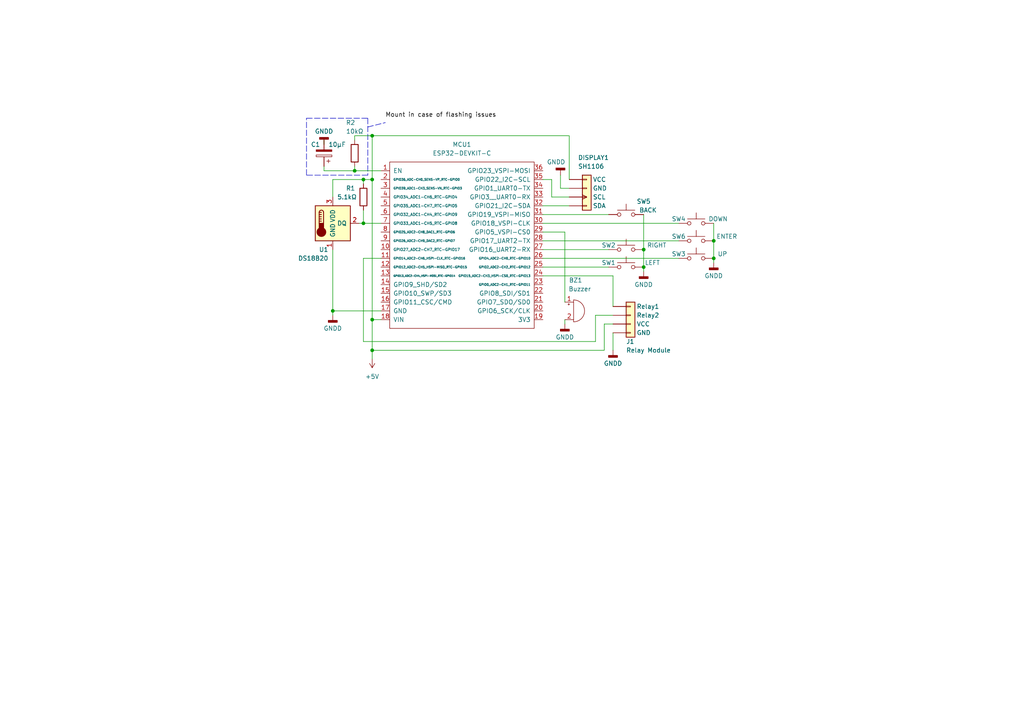
<source format=kicad_sch>
(kicad_sch (version 20211123) (generator eeschema)
  (paper "A4")
  (lib_symbols
    (symbol "Conn_01x04_1" (pin_numbers hide) (pin_names (offset 3.048))
      (property "Reference" "J1" (at -1.27 -7.62 0))
      (property "Value" "Relay Module" (at -1.27 -10.16 0))
      (symbol "Conn_01x04_1_1_1"
        (rectangle (start -1.27 -4.953) (end 0 -5.207) (stroke (width 0.1524)))
        (rectangle (start -1.27 -2.413) (end 0 -2.667) (stroke (width 0.1524)))
        (rectangle (start -1.27 0.127) (end 0 -0.127) (stroke (width 0.1524)))
        (rectangle (start -1.27 2.667) (end 0 2.413) (stroke (width 0.1524)))
        (rectangle (start -1.27 3.81) (end 1.27 -6.35) (stroke (width 0.254)) (fill (type background)))
        (pin input line (at -5.08 2.54 0) (length 3.81) (name "Relay1") (number "1"))
        (pin input line (at -5.08 0 0) (length 3.81) (name "Relay2") (number "2"))
        (pin power_in line (at -5.08 -2.54 0) (length 3.81) (name "VCC") (number "3"))
        (pin passive line (at -5.08 -5.08 0) (length 3.81) (name "GND") (number "4"))
      )
    )
    (symbol "Connector_Generic:Conn_01x04" (pin_numbers hide) (pin_names (offset 3.048))
      (property "Reference" "DISPLAY1" (at -2.54 8.89 0))
      (property "Value" "SH1106" (at -2.54 6.35 0))
      (symbol "Conn_01x04_1_1"
        (rectangle (start -1.27 -4.953) (end 0 -5.207) (stroke (width 0.1524)))
        (rectangle (start -1.27 -2.413) (end 0 -2.667) (stroke (width 0.1524)))
        (rectangle (start -1.27 0.127) (end 0 -0.127) (stroke (width 0.1524)))
        (rectangle (start -1.27 2.667) (end 0 2.413) (stroke (width 0.1524)))
        (rectangle (start -1.27 3.81) (end 1.27 -6.35) (stroke (width 0.254)) (fill (type background)))
        (pin power_in line (at -5.08 2.54 0) (length 3.81) (name "VCC") (number "1"))
        (pin passive line (at -5.08 0 0) (length 3.81) (name "GND") (number "2"))
        (pin input clock (at -5.08 -2.54 0) (length 3.81) (name "SCL") (number "3"))
        (pin input line (at -5.08 -5.08 0) (length 3.81) (name "SDA") (number "4"))
      )
    )
    (symbol "Device:Buzzer" (pin_names (offset 0.0254) hide)
      (property "Reference" "BZ" (at 3.81 1.27 0))
      (property "Value" "Buzzer" (at 3.81 -1.27 0))
      (symbol "Buzzer_0_1"
        (arc (start 0 -3.175) (mid 3.175 0) (end 0 3.175))
        (polyline (pts (xy -1.651 1.905) (xy -1.143 1.905)))
        (polyline (pts (xy -1.397 2.159) (xy -1.397 1.651)))
        (polyline (pts (xy 0 3.175) (xy 0 -3.175)))
      )
      (symbol "Buzzer_1_1"
        (pin passive line (at -2.54 2.54 0) (length 2.54) (name "-") (number "1"))
        (pin passive line (at -2.54 -2.54 0) (length 2.54) (name "+") (number "2"))
      )
    )
    (symbol "Device:C_Polarized" (pin_numbers hide) (pin_names (offset 0.254))
      (property "Reference" "C" (at 0.635 2.54 0))
      (property "Value" "C_Polarized" (at 0.635 -2.54 0))
      (symbol "C_Polarized_0_1"
        (rectangle (start -2.286 0.508) (end 2.286 1.016))
        (polyline (pts (xy -1.778 2.286) (xy -0.762 2.286)))
        (polyline (pts (xy -1.27 2.794) (xy -1.27 1.778)))
        (rectangle (start 2.286 -0.508) (end -2.286 -1.016) (fill (type outline)))
      )
      (symbol "C_Polarized_1_1"
        (pin passive line (at 0 3.81 270) (length 2.794) (name "~") (number "1"))
        (pin passive line (at 0 -3.81 90) (length 2.794) (name "~") (number "2"))
      )
    )
    (symbol "Device:R" (pin_numbers hide) (pin_names (offset 0))
      (property "Reference" "R" (at 2.032 0 90))
      (property "Value" "R" (at 0 0 90))
      (symbol "R_0_1"
        (rectangle (start -1.016 -2.54) (end 1.016 2.54) (stroke (width 0.254)))
      )
      (symbol "R_1_1"
        (pin passive line (at 0 3.81 270) (length 1.27) (name "~") (number "1"))
        (pin passive line (at 0 -3.81 90) (length 1.27) (name "~") (number "2"))
      )
    )
    (symbol "Sensor_Temperature:DS18B20" (pin_names (offset 1.016))
      (property "Reference" "U" (at -3.81 6.35 0))
      (property "Value" "DS18B20" (at 6.35 6.35 0))
      (symbol "DS18B20_0_1"
        (rectangle (start -5.08 5.08) (end 5.08 -5.08) (stroke (width 0.254)) (fill (type background)))
        (circle (center -3.302 -2.54) (radius 1.27) (stroke (width 0.254)) (fill (type outline)))
        (rectangle (start -2.667 -1.905) (end -3.937 0) (stroke (width 0.254)) (fill (type outline)))
        (arc (start -2.667 3.175) (mid -3.302 3.81) (end -3.937 3.175) (stroke (width 0.254)))
        (polyline (pts (xy -3.937 0.635) (xy -3.302 0.635)) (stroke (width 0.254)))
        (polyline (pts (xy -3.937 1.27) (xy -3.302 1.27)) (stroke (width 0.254)))
        (polyline (pts (xy -3.937 1.905) (xy -3.302 1.905)) (stroke (width 0.254)))
        (polyline (pts (xy -3.937 2.54) (xy -3.302 2.54)) (stroke (width 0.254)))
        (polyline (pts (xy -3.937 3.175) (xy -3.937 0)) (stroke (width 0.254)))
        (polyline (pts (xy -3.937 3.175) (xy -3.302 3.175)) (stroke (width 0.254)))
        (polyline (pts (xy -2.667 3.175) (xy -2.667 0)) (stroke (width 0.254)))
      )
      (symbol "DS18B20_1_1"
        (pin power_in line (at 0 -7.62 90) (length 2.54) (name "GND") (number "1"))
        (pin bidirectional line (at 7.62 0 180) (length 2.54) (name "DQ") (number "2"))
        (pin power_in line (at 0 7.62 270) (length 2.54) (name "VDD") (number "3"))
      )
    )
    (symbol "Switch:SW_Push" (pin_numbers hide) (pin_names (offset 1.016) hide)
      (property "Reference" "SW" (at 1.27 2.54 0))
      (property "Value" "SW_Push" (at 0 -1.524 0))
      (symbol "SW_Push_0_1"
        (circle (center -2.032 0) (radius 0.508))
        (polyline (pts (xy 0 1.27) (xy 0 3.048)))
        (polyline (pts (xy 2.54 1.27) (xy -2.54 1.27)))
        (circle (center 2.032 0) (radius 0.508))
        (pin passive line (at -5.08 0 0) (length 2.54) (name "1") (number "1"))
        (pin passive line (at 5.08 0 180) (length 2.54) (name "2") (number "2"))
      )
    )
    (symbol "esp32:DOIT-ESP32-DEVKIT-V1" (pin_names (offset 1.016))
      (property "Reference" "U" (at -1.27 11.43 0))
      (property "Value" "DOIT-ESP32-DEVKIT-V1" (at 0 13.97 0))
      (symbol "DOIT-ESP32-DEVKIT-V1_0_1"
        (rectangle (start 20.32 10.16) (end -21.59 -38.1))
      )
      (symbol "DOIT-ESP32-DEVKIT-V1_1_1"
        (pin output line (at -24.13 7.62 0) (length 2.54) (name "EN") (number "1"))
        (pin bidirectional line (at -24.13 -15.24 0) (length 2.54) (name "GPIO27_ADC2-CH7_RTC-GPIO17") (number "10"))
        (pin bidirectional line (at -24.13 -17.78 0) (length 2.54) (name "GPIO14_ADC2-CH6_HSPI-CLK_RTC-GPIO16") (number "11"))
        (pin bidirectional line (at -24.13 -20.32 0) (length 2.54) (name "GPIO12_ADC2-CH5_HSPI-MISO_RTC-GPIO15") (number "12"))
        (pin bidirectional line (at -24.13 -22.86 0) (length 2.54) (name "GPIO13_ADC2-CH4_HSPI-MOSI_RTC-GPIO14") (number "13"))
        (pin unspecified line (at -24.13 -25.4 0) (length 2.54) (name "GPIO9_SHD/SD2") (number "14"))
        (pin unspecified line (at -24.13 -27.94 0) (length 2.54) (name "GPIO10_SWP/SD3") (number "15"))
        (pin unspecified line (at -24.13 -30.48 0) (length 2.54) (name "GPIO11_CSC/CMD") (number "16"))
        (pin bidirectional line (at -24.13 -33.02 0) (length 2.54) (name "GND") (number "17"))
        (pin bidirectional line (at -24.13 -35.56 0) (length 2.54) (name "VIN") (number "18"))
        (pin output line (at 22.86 -35.56 180) (length 2.54) (name "3V3") (number "19"))
        (pin bidirectional line (at -24.13 5.08 0) (length 2.54) (name "GPIO36_ADC-CH0_SENS-VP_RTC-GPIO0") (number "2"))
        (pin unspecified line (at 22.86 -33.02 180) (length 2.54) (name "GPIO6_SCK/CLK") (number "20"))
        (pin unspecified line (at 22.86 -30.48 180) (length 2.54) (name "GPIO7_SDO/SD0") (number "21"))
        (pin unspecified line (at 22.86 -27.94 180) (length 2.54) (name "GPIO8_SDI/SD1") (number "22"))
        (pin bidirectional line (at 22.86 -25.4 180) (length 2.54) (name "GPIO0_ADC2-CH1_RTC-GPIO11") (number "23"))
        (pin bidirectional line (at 22.86 -22.86 180) (length 2.54) (name "GPIO15_ADC2-CH3_HSPI-CS0_RTC-GPIO13") (number "24"))
        (pin bidirectional line (at 22.86 -20.32 180) (length 2.54) (name "GPIO2_ADC2-CH2_RTC-GPIO12") (number "25"))
        (pin bidirectional line (at 22.86 -17.78 180) (length 2.54) (name "GPIO4_ADC2-CH0_RTC-GPIO10") (number "26"))
        (pin bidirectional line (at 22.86 -15.24 180) (length 2.54) (name "GPIO16_UART2-RX") (number "27"))
        (pin bidirectional line (at 22.86 -12.7 180) (length 2.54) (name "GPIO17_UART2-TX") (number "28"))
        (pin bidirectional line (at 22.86 -10.16 180) (length 2.54) (name "GPIO5_VSPI-CS0") (number "29"))
        (pin bidirectional line (at -24.13 2.54 0) (length 2.54) (name "GPIO39_ADC1-CH3_SENS-VN_RTC-GPIO3") (number "3"))
        (pin bidirectional line (at 22.86 -7.62 180) (length 2.54) (name "GPIO18_VSPI-CLK") (number "30"))
        (pin bidirectional line (at 22.86 -5.08 180) (length 2.54) (name "GPIO19_VSPI-MISO") (number "31"))
        (pin bidirectional line (at 22.86 -2.54 180) (length 2.54) (name "GPIO21_I2C-SDA") (number "32"))
        (pin bidirectional line (at 22.86 0 180) (length 2.54) (name "GPIO3__UART0-RX") (number "33"))
        (pin bidirectional line (at 22.86 2.54 180) (length 2.54) (name "GPIO1_UART0-TX") (number "34"))
        (pin bidirectional line (at 22.86 5.08 180) (length 2.54) (name "GPIO22_I2C-SCL") (number "35"))
        (pin bidirectional line (at 22.86 7.62 180) (length 2.54) (name "GPIO23_VSPI-MOSI") (number "36"))
        (pin bidirectional line (at -24.13 0 0) (length 2.54) (name "GPIO34_ADC1-CH6_RTC-GPIO4") (number "4"))
        (pin bidirectional line (at -24.13 -2.54 0) (length 2.54) (name "GPIO35_ADC1-CH7_RTC-GPIO5") (number "5"))
        (pin bidirectional line (at -24.13 -5.08 0) (length 2.54) (name "GPIO32_ADC1-CH4_RTC-GPIO9") (number "6"))
        (pin bidirectional line (at -24.13 -7.62 0) (length 2.54) (name "GPIO33_ADC1-CH5_RTC-GPIO8") (number "7"))
        (pin bidirectional line (at -24.13 -10.16 0) (length 2.54) (name "GPIO25_ADC2-CH8_DAC1_RTC-GPIO6") (number "8"))
        (pin bidirectional line (at -24.13 -12.7 0) (length 2.54) (name "GPIO26_ADC2-CH9_DAC2_RTC-GPIO7") (number "9"))
      )
    )
    (symbol "power:+5V" (power) (pin_names (offset 0))
      (property "Value" "+5V" (at 0 3.556 0))
      (symbol "+5V_0_1"
        (polyline (pts (xy -0.762 1.27) (xy 0 2.54)))
        (polyline (pts (xy 0 0) (xy 0 2.54)))
        (polyline (pts (xy 0 2.54) (xy 0.762 1.27)))
      )
      (symbol "+5V_1_1"
        (pin power_in line (at 0 0 90) (length 0) hide (name "+5V") (number "1"))
      )
    )
    (symbol "power:GNDD" (power) (pin_names (offset 0))
      (property "Value" "GNDD" (at 0 -3.175 0))
      (symbol "GNDD_0_1"
        (rectangle (start -1.27 -1.524) (end 1.27 -2.032) (stroke (width 0.254)) (fill (type outline)))
        (polyline (pts (xy 0 0) (xy 0 -1.524)))
      )
      (symbol "GNDD_1_1"
        (pin power_in line (at 0 0 270) (length 0) hide (name "GNDD") (number "1"))
      )
    )
  )
  (junction (at 107.95 52.07))
  (junction (at 107.95 101.6))
  (junction (at 207.01 74.93))
  (junction (at 107.95 92.71))
  (junction (at 105.41 64.77))
  (junction (at 186.69 72.39))
  (junction (at 96.52 90.17))
  (junction (at 107.95 39.37))
  (junction (at 186.69 77.47))
  (junction (at 102.87 49.53))
  (junction (at 105.41 52.07))
  (junction (at 207.01 69.85))
  (wire (pts (xy 96.52 90.17) (xy 96.52 91.44)))
  (wire (pts (xy 102.87 40.64) (xy 102.87 39.37)))
  (wire (pts (xy 160.02 57.15) (xy 160.02 52.07)))
  (wire (pts (xy 105.41 99.06) (xy 105.41 74.93)))
  (wire (pts (xy 157.48 72.39) (xy 176.53 72.39)))
  (wire (pts (xy 105.41 52.07) (xy 105.41 53.34)))
  (wire (pts (xy 163.83 92.71) (xy 163.83 93.98)))
  (wire (pts (xy 165.1 54.61) (xy 162.56 54.61)))
  (wire (pts (xy 157.48 80.01) (xy 177.8 80.01)))
  (polyline (pts (xy 106.68 50.8) (xy 88.9 50.8)))
  (wire (pts (xy 93.98 41.91) (xy 93.98 40.64)))
  (wire (pts (xy 165.1 52.07) (xy 165.1 39.37)))
  (polyline (pts (xy 88.9 34.29) (xy 106.68 34.29)))
  (wire (pts (xy 172.72 91.44) (xy 172.72 99.06)))
  (wire (pts (xy 157.48 59.69) (xy 165.1 59.69)))
  (wire (pts (xy 175.26 93.98) (xy 175.26 101.6)))
  (wire (pts (xy 105.41 64.77) (xy 110.49 64.77)))
  (wire (pts (xy 177.8 80.01) (xy 177.8 88.9)))
  (wire (pts (xy 165.1 39.37) (xy 107.95 39.37)))
  (wire (pts (xy 96.52 52.07) (xy 105.41 52.07)))
  (wire (pts (xy 177.8 96.52) (xy 177.8 101.6)))
  (wire (pts (xy 104.14 64.77) (xy 105.41 64.77)))
  (wire (pts (xy 107.95 101.6) (xy 107.95 104.14)))
  (wire (pts (xy 102.87 48.26) (xy 102.87 49.53)))
  (wire (pts (xy 96.52 72.39) (xy 96.52 90.17)))
  (polyline (pts (xy 88.9 50.8) (xy 88.9 34.29)))
  (wire (pts (xy 107.95 39.37) (xy 107.95 52.07)))
  (wire (pts (xy 163.83 67.31) (xy 163.83 87.63)))
  (wire (pts (xy 107.95 92.71) (xy 107.95 101.6)))
  (wire (pts (xy 172.72 91.44) (xy 177.8 91.44)))
  (wire (pts (xy 93.98 49.53) (xy 93.98 48.26)))
  (wire (pts (xy 96.52 52.07) (xy 96.52 57.15)))
  (wire (pts (xy 186.69 72.39) (xy 186.69 77.47)))
  (wire (pts (xy 157.48 74.93) (xy 196.85 74.93)))
  (wire (pts (xy 107.95 101.6) (xy 175.26 101.6)))
  (wire (pts (xy 177.8 93.98) (xy 175.26 93.98)))
  (polyline (pts (xy 106.68 36.83) (xy 111.76 35.56)))
  (wire (pts (xy 102.87 39.37) (xy 107.95 39.37)))
  (wire (pts (xy 157.48 64.77) (xy 196.85 64.77)))
  (wire (pts (xy 102.87 49.53) (xy 110.49 49.53)))
  (wire (pts (xy 157.48 67.31) (xy 163.83 67.31)))
  (wire (pts (xy 186.69 62.23) (xy 186.69 72.39)))
  (wire (pts (xy 105.41 52.07) (xy 107.95 52.07)))
  (wire (pts (xy 93.98 49.53) (xy 102.87 49.53)))
  (wire (pts (xy 160.02 52.07) (xy 157.48 52.07)))
  (wire (pts (xy 207.01 64.77) (xy 207.01 69.85)))
  (wire (pts (xy 157.48 62.23) (xy 176.53 62.23)))
  (wire (pts (xy 186.69 77.47) (xy 186.69 78.74)))
  (wire (pts (xy 96.52 90.17) (xy 110.49 90.17)))
  (wire (pts (xy 105.41 60.96) (xy 105.41 64.77)))
  (wire (pts (xy 157.48 69.85) (xy 196.85 69.85)))
  (wire (pts (xy 165.1 57.15) (xy 160.02 57.15)))
  (wire (pts (xy 105.41 74.93) (xy 110.49 74.93)))
  (polyline (pts (xy 106.68 34.29) (xy 106.68 50.8)))
  (wire (pts (xy 162.56 50.8) (xy 162.56 54.61)))
  (wire (pts (xy 157.48 77.47) (xy 176.53 77.47)))
  (wire (pts (xy 107.95 52.07) (xy 107.95 92.71)))
  (wire (pts (xy 105.41 99.06) (xy 172.72 99.06)))
  (wire (pts (xy 207.01 69.85) (xy 207.01 74.93)))
  (wire (pts (xy 107.95 92.71) (xy 110.49 92.71)))
  (wire (pts (xy 207.01 74.93) (xy 207.01 76.2)))
  (label "Mount in case of flashing issues" (at 111.76 34.29 0))
  (symbol (lib_id "Switch:SW_Push") (at 201.93 69.85 0) (unit 1)
    (property "Reference" "SW6" (at 196.85 68.58 0))
    (property "Value" "ENTER" (at 210.82 68.58 0))
  )
  (symbol (lib_id "Switch:SW_Push") (at 201.93 64.77 0) (unit 1)
    (property "Reference" "SW4" (at 196.85 63.5 0))
    (property "Value" "DOWN" (at 208.28 63.5 0))
  )
  (symbol (lib_id "Switch:SW_Push") (at 181.61 72.39 0) (unit 1)
    (property "Reference" "SW2" (at 176.53 71.12 0))
    (property "Value" "RIGHT" (at 190.5 71.12 0))
  )
  (symbol (lib_id "power:GNDD") (at 186.69 78.74 0) (unit 1)
    (property "Reference" "#PWR04" (effects hide))
    (property "Value" "GNDD" (at 186.69 82.55 0))
  )
  (symbol (lib_id "power:GNDD") (at 162.56 50.8 180) (unit 1)
    (property "Reference" "#PWR03" (effects hide))
    (property "Value" "GNDD" (at 161.29 46.99 0))
  )
  (symbol (lib_id "power:GNDD") (at 96.52 91.44 0) (unit 1)
    (property "Reference" "#PWR01" (effects hide))
    (property "Value" "GNDD" (at 96.52 95.25 0))
  )
  (symbol (lib_name "Conn_01x04_1") (lib_id "Connector_Generic:Conn_01x04") (at 182.88 91.44 0) (unit 1)
    (property "Reference" "J1" (at 181.61 99.06 0) (effects (justify left)))
    (property "Value" "Relay Module" (at 181.61 101.6 0) (effects (justify left)))
  )
  (symbol (lib_id "Switch:SW_Push") (at 181.61 62.23 0) (unit 1)
    (property "Reference" "SW5" (at 186.69 58.42 0))
    (property "Value" "BACK" (at 187.96 60.96 0))
  )
  (symbol (lib_id "Device:Buzzer") (at 166.37 90.17 0) (unit 1)
    (property "Reference" "BZ1" (at 168.91 81.28 0) (effects (justify right)))
    (property "Value" "Buzzer" (at 171.45 83.82 0) (effects (justify right)))
  )
  (symbol (lib_id "esp32:DOIT-ESP32-DEVKIT-V1") (at 134.62 57.15 0) (unit 1)
    (property "Reference" "MCU1" (at 133.985 41.91 0))
    (property "Value" "ESP32-DEVKIT-C" (at 133.985 44.45 0))
  )
  (symbol (lib_id "Device:R") (at 105.41 57.15 0) (unit 1)
    (property "Reference" "R1" (at 100.33 54.61 0) (effects (justify left)))
    (property "Value" "5.1kΩ" (at 97.79 57.15 0) (effects (justify left)))
  )
  (symbol (lib_id "power:GNDD") (at 207.01 76.2 0) (unit 1)
    (property "Reference" "#PWR?" (effects hide))
    (property "Value" "GNDD" (at 207.01 80.01 0))
  )
  (symbol (lib_id "Switch:SW_Push") (at 201.93 74.93 0) (unit 1)
    (property "Reference" "SW3" (at 196.85 73.66 0))
    (property "Value" "UP" (at 209.55 73.66 0))
  )
  (symbol (lib_id "power:GNDD") (at 177.8 101.6 0) (unit 1)
    (property "Reference" "#PWR?" (effects hide))
    (property "Value" "GNDD" (at 177.8 105.41 0))
  )
  (symbol (lib_id "power:GNDD") (at 163.83 93.98 0) (unit 1)
    (property "Reference" "#PWR?" (effects hide))
    (property "Value" "GNDD" (at 163.83 97.79 0))
  )
  (symbol (lib_id "Switch:SW_Push") (at 181.61 77.47 0) (unit 1)
    (property "Reference" "SW1" (at 176.53 76.2 0))
    (property "Value" "LEFT" (at 189.23 76.2 0))
  )
  (symbol (lib_id "Device:R") (at 102.87 44.45 0) (unit 1)
    (property "Reference" "R2" (at 100.33 35.56 0) (effects (justify left)))
    (property "Value" "10kΩ" (at 100.33 38.1 0) (effects (justify left)))
  )
  (symbol (lib_id "Connector_Generic:Conn_01x04") (at 170.18 54.61 0) (unit 1)
    (property "Reference" "DISPLAY1" (at 167.64 45.72 0) (effects (justify left)))
    (property "Value" "SH1106" (at 167.64 48.26 0) (effects (justify left)))
  )
  (symbol (lib_id "Sensor_Temperature:DS18B20") (at 96.52 64.77 0) (unit 1)
    (property "Reference" "U1" (at 95.25 72.39 0) (effects (justify right)))
    (property "Value" "DS18B20" (at 95.25 74.93 0) (effects (justify right)))
    (property "Footprint" "Package_TO_SOT_THT:TO-92_Inline" (effects hide))
    (property "Datasheet" "http://datasheets.maximintegrated.com/en/ds/DS18B20.pdf" (effects hide))
  )
  (symbol (lib_id "power:+5V") (at 107.95 104.14 180) (unit 1)
    (property "Reference" "#PWR02" (effects hide))
    (property "Value" "+5V" (at 107.95 109.22 0))
  )
  (symbol (lib_id "Device:C_Polarized") (at 93.98 44.45 180) (unit 1)
    (property "Reference" "C1" (at 90.17 41.91 0) (effects (justify right)))
    (property "Value" "10µF" (at 95.25 41.91 0) (effects (justify right)))
  )
  (symbol (lib_id "power:GNDD") (at 93.98 41.91 180) (unit 1)
    (property "Reference" "#PWR?" (effects hide))
    (property "Value" "GNDD" (at 93.98 38.1 0))
  )
)
</source>
